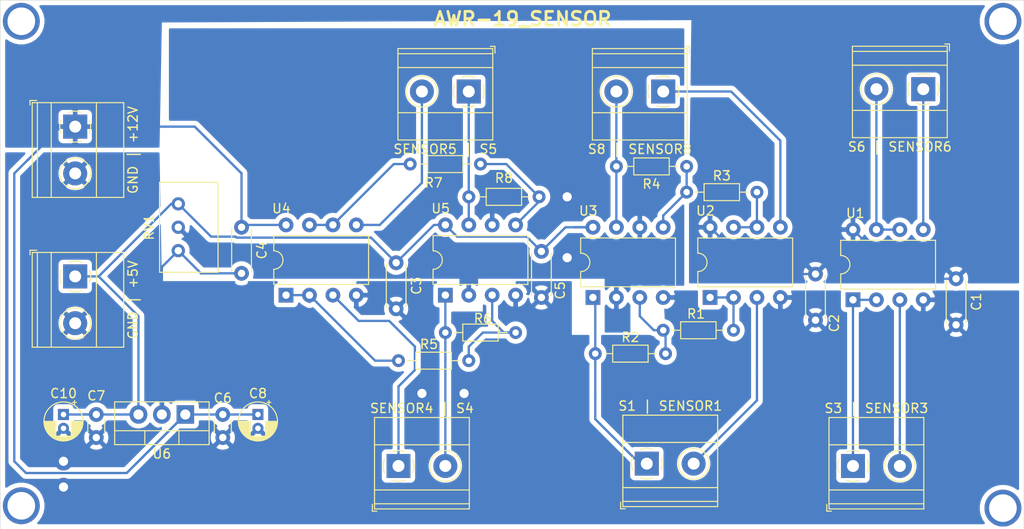
<source format=kicad_pcb>
(kicad_pcb (version 20171130) (host pcbnew "(5.1.9)-1")
  (layers (0 F.Cu signal) (31 B.Cu signal) (34 B.Paste user) (35 F.Paste user) (36 B.SilkS user) (37 F.SilkS user) (38 B.Mask user) (39 F.Mask user) (44 Edge.Cuts user))
  (net 0 "")
  (net 1 GND)
  (net 2 +5V)
  (net 3 +12V)
  (net 4 IN_SENSOR4)
  (net 5 OUT_SENSOR4)
  (net 6 OUT_SENSOR1)
  (net 7 IN_SENSOR1)
  (net 8 IN_SENSOR3)
  (net 9 OUT_SENSOR3)
  (net 10 OUT_SENSOR6)
  (net 11 IN_SENSOR6)
  (net 12 IN_SENSOR8)
  (net 13 OUT_SENSOR8)
  (net 14 OUT_SENSOR5)
  (net 15 IN_SENSOR5)
  (net 16 "Net-(R1-Pad2)")
  (net 17 "Net-(R1-Pad1)")
  (net 18 "Net-(R3-Pad1)")
  (net 19 "Net-(R3-Pad2)")
  (net 20 VREF)
  (net 21 "Net-(R5-Pad2)")
  (net 22 "Net-(R5-Pad1)")
  (net 23 "Net-(R7-Pad2)")
  (net 24 "Net-(R7-Pad1)")
  (module Capacitor_THT:C_Disc_D4.3mm_W1.9mm_P5.00mm (layer F.Cu) (at 96.266 103.458 270)
    (fp_text reference C5 (at 4.238 -2.032 90) (layer F.SilkS))
    (fp_text value C)
    (pad 2 thru_hole circle (at 5 0 270) (size 1.6 1.6) (drill 0.8) (layers *.Cu *.Mask) (net 1 GND))
    (pad 1 thru_hole circle (at 0 0 270) (size 1.6 1.6) (drill 0.8) (layers *.Cu *.Mask) (net 2 +5V))
  )
  (module Capacitor_THT:C_Disc_D4.3mm_W1.9mm_P5.00mm (layer F.Cu) (at 80.518 104.688 270)
    (fp_text reference C3 (at 2.5 -2.2 90) (layer F.SilkS))
    (fp_text value C)
    (pad 2 thru_hole circle (at 5 0 270) (size 1.6 1.6) (drill 0.8) (layers *.Cu *.Mask) (net 1 GND))
    (pad 1 thru_hole circle (at 0 0 270) (size 1.6 1.6) (drill 0.8) (layers *.Cu *.Mask) (net 2 +5V))
  )
  (module Capacitor_THT:C_Disc_D4.3mm_W1.9mm_P5.00mm (layer F.Cu) (at 141.224 106.426 270)
    (fp_text reference C1 (at 2.5 -2.2 90) (layer F.SilkS))
    (fp_text value C)
    (pad 2 thru_hole circle (at 5 0 270) (size 1.6 1.6) (drill 0.8) (layers *.Cu *.Mask) (net 1 GND))
    (pad 1 thru_hole circle (at 0 0 270) (size 1.6 1.6) (drill 0.8) (layers *.Cu *.Mask) (net 3 +12V))
  )
  (module Capacitor_THT:C_Disc_D4.3mm_W1.9mm_P5.00mm (layer F.Cu) (at 125.984 105.918 270)
    (fp_text reference C2 (at 5.334 -2.032 90) (layer F.SilkS))
    (fp_text value C)
    (pad 2 thru_hole circle (at 5 0 270) (size 1.6 1.6) (drill 0.8) (layers *.Cu *.Mask) (net 1 GND))
    (pad 1 thru_hole circle (at 0 0 270) (size 1.6 1.6) (drill 0.8) (layers *.Cu *.Mask) (net 3 +12V))
  )
  (module Capacitor_THT:C_Disc_D4.3mm_W1.9mm_P5.00mm (layer F.Cu) (at 63.754 100.838 270)
    (fp_text reference C4 (at 2.5 -2.2 90) (layer F.SilkS))
    (fp_text value C)
    (pad 2 thru_hole circle (at 5 0 270) (size 1.6 1.6) (drill 0.8) (layers *.Cu *.Mask) (net 1 GND))
    (pad 1 thru_hole circle (at 0 0 270) (size 1.6 1.6) (drill 0.8) (layers *.Cu *.Mask) (net 3 +12V))
  )
  (module Package_DIP:DIP-8_W7.62mm (layer F.Cu) (at 130.048 108.712 90)
    (fp_text reference U1 (at 9.398 0.254 180) (layer F.SilkS))
    (fp_text value LM358)
    (pad 1 thru_hole rect (at 0 0 90) (size 1.6 1.6) (drill 0.8) (layers *.Cu *.Mask) (net 9 OUT_SENSOR3))
    (pad 5 thru_hole oval (at 7.62 7.62 90) (size 1.6 1.6) (drill 0.8) (layers *.Cu *.Mask) (net 11 IN_SENSOR6))
    (pad 2 thru_hole oval (at 0 2.54 90) (size 1.6 1.6) (drill 0.8) (layers *.Cu *.Mask) (net 9 OUT_SENSOR3))
    (pad 6 thru_hole oval (at 7.62 5.08 90) (size 1.6 1.6) (drill 0.8) (layers *.Cu *.Mask) (net 10 OUT_SENSOR6))
    (pad 3 thru_hole oval (at 0 5.08 90) (size 1.6 1.6) (drill 0.8) (layers *.Cu *.Mask) (net 8 IN_SENSOR3))
    (pad 7 thru_hole oval (at 7.62 2.54 90) (size 1.6 1.6) (drill 0.8) (layers *.Cu *.Mask) (net 10 OUT_SENSOR6))
    (pad 4 thru_hole oval (at 0 7.62 90) (size 1.6 1.6) (drill 0.8) (layers *.Cu *.Mask) (net 1 GND))
    (pad 8 thru_hole oval (at 7.62 0 90) (size 1.6 1.6) (drill 0.8) (layers *.Cu *.Mask) (net 3 +12V))
  )
  (module TerminalBlock_Phoenix:TerminalBlock_Phoenix_MKDS-1,5-2-5.08_1x02_P5.08mm_Horizontal (layer F.Cu) (at 130.048 126.746)
    (fp_text reference "S3 | SENSOR3" (at 2.54 -6.26) (layer F.SilkS))
    (fp_text value Conn_01x02_Female)
    (pad 2 thru_hole circle (at 5.08 0) (size 2.6 2.6) (drill 1.3) (layers *.Cu *.Mask) (net 8 IN_SENSOR3))
    (pad 1 thru_hole rect (at 0 0) (size 2.6 2.6) (drill 1.3) (layers *.Cu *.Mask) (net 9 OUT_SENSOR3))
  )
  (module Resistor_THT:R_Axial_DIN0204_L3.6mm_D1.6mm_P7.62mm_Horizontal (layer F.Cu) (at 93.472 112.268 180)
    (fp_text reference R6 (at 3.556 1.524) (layer F.SilkS))
    (fp_text value R)
    (pad 2 thru_hole oval (at 7.62 0 180) (size 1.4 1.4) (drill 0.7) (layers *.Cu *.Mask) (net 5 OUT_SENSOR4))
    (pad 1 thru_hole circle (at 0 0 180) (size 1.4 1.4) (drill 0.7) (layers *.Cu *.Mask) (net 21 "Net-(R5-Pad2)"))
  )
  (module Resistor_THT:R_Axial_DIN0204_L3.6mm_D1.6mm_P7.62mm_Horizontal (layer F.Cu) (at 96.012 97.536 180)
    (fp_text reference R8 (at 3.81 2.032) (layer F.SilkS))
    (fp_text value R)
    (pad 2 thru_hole oval (at 7.62 0 180) (size 1.4 1.4) (drill 0.7) (layers *.Cu *.Mask) (net 14 OUT_SENSOR5))
    (pad 1 thru_hole circle (at 0 0 180) (size 1.4 1.4) (drill 0.7) (layers *.Cu *.Mask) (net 23 "Net-(R7-Pad2)"))
  )
  (module Resistor_THT:R_Axial_DIN0204_L3.6mm_D1.6mm_P7.62mm_Horizontal (layer F.Cu) (at 82.042 93.98)
    (fp_text reference R7 (at 2.54 2.032) (layer F.SilkS))
    (fp_text value R)
    (pad 2 thru_hole oval (at 7.62 0) (size 1.4 1.4) (drill 0.7) (layers *.Cu *.Mask) (net 23 "Net-(R7-Pad2)"))
    (pad 1 thru_hole circle (at 0 0) (size 1.4 1.4) (drill 0.7) (layers *.Cu *.Mask) (net 24 "Net-(R7-Pad1)"))
  )
  (module Resistor_THT:R_Axial_DIN0204_L3.6mm_D1.6mm_P7.62mm_Horizontal (layer F.Cu) (at 80.772 115.316)
    (fp_text reference R5 (at 3.302 -1.778) (layer F.SilkS))
    (fp_text value R)
    (pad 2 thru_hole oval (at 7.62 0) (size 1.4 1.4) (drill 0.7) (layers *.Cu *.Mask) (net 21 "Net-(R5-Pad2)"))
    (pad 1 thru_hole circle (at 0 0) (size 1.4 1.4) (drill 0.7) (layers *.Cu *.Mask) (net 22 "Net-(R5-Pad1)"))
  )
  (module Resistor_THT:R_Axial_DIN0204_L3.6mm_D1.6mm_P7.62mm_Horizontal (layer F.Cu) (at 112.014 94.234 180)
    (fp_text reference R4 (at 3.81 -1.92) (layer F.SilkS))
    (fp_text value 10k)
    (pad 2 thru_hole oval (at 7.62 0 180) (size 1.4 1.4) (drill 0.7) (layers *.Cu *.Mask) (net 13 OUT_SENSOR8))
    (pad 1 thru_hole circle (at 0 0 180) (size 1.4 1.4) (drill 0.7) (layers *.Cu *.Mask) (net 19 "Net-(R3-Pad2)"))
  )
  (module Resistor_THT:R_Axial_DIN0204_L3.6mm_D1.6mm_P7.62mm_Horizontal (layer F.Cu) (at 119.634 97.028 180)
    (fp_text reference R3 (at 3.81 1.778) (layer F.SilkS))
    (fp_text value 1k)
    (pad 2 thru_hole oval (at 7.62 0 180) (size 1.4 1.4) (drill 0.7) (layers *.Cu *.Mask) (net 19 "Net-(R3-Pad2)"))
    (pad 1 thru_hole circle (at 0 0 180) (size 1.4 1.4) (drill 0.7) (layers *.Cu *.Mask) (net 18 "Net-(R3-Pad1)"))
  )
  (module Resistor_THT:R_Axial_DIN0204_L3.6mm_D1.6mm_P7.62mm_Horizontal (layer F.Cu) (at 109.728 114.554 180)
    (fp_text reference R2 (at 3.81 1.778) (layer F.SilkS))
    (fp_text value 10k)
    (pad 2 thru_hole oval (at 7.62 0 180) (size 1.4 1.4) (drill 0.7) (layers *.Cu *.Mask) (net 6 OUT_SENSOR1))
    (pad 1 thru_hole circle (at 0 0 180) (size 1.4 1.4) (drill 0.7) (layers *.Cu *.Mask) (net 16 "Net-(R1-Pad2)"))
  )
  (module Resistor_THT:R_Axial_DIN0204_L3.6mm_D1.6mm_P7.62mm_Horizontal (layer F.Cu) (at 117.094 112.014 180)
    (fp_text reference R1 (at 4.064 1.778) (layer F.SilkS))
    (fp_text value 1k)
    (pad 2 thru_hole oval (at 7.62 0 180) (size 1.4 1.4) (drill 0.7) (layers *.Cu *.Mask) (net 16 "Net-(R1-Pad2)"))
    (pad 1 thru_hole circle (at 0 0 180) (size 1.4 1.4) (drill 0.7) (layers *.Cu *.Mask) (net 17 "Net-(R1-Pad1)"))
  )
  (module Package_DIP:DIP-8_W7.62mm (layer F.Cu) (at 101.854 108.458 90)
    (fp_text reference U3 (at 9.398 -0.508 180) (layer F.SilkS))
    (fp_text value LM358)
    (pad 8 thru_hole oval (at 7.62 0 90) (size 1.6 1.6) (drill 0.8) (layers *.Cu *.Mask) (net 2 +5V))
    (pad 4 thru_hole oval (at 0 7.62 90) (size 1.6 1.6) (drill 0.8) (layers *.Cu *.Mask) (net 1 GND))
    (pad 7 thru_hole oval (at 7.62 2.54 90) (size 1.6 1.6) (drill 0.8) (layers *.Cu *.Mask) (net 13 OUT_SENSOR8))
    (pad 3 thru_hole oval (at 0 5.08 90) (size 1.6 1.6) (drill 0.8) (layers *.Cu *.Mask) (net 16 "Net-(R1-Pad2)"))
    (pad 6 thru_hole oval (at 7.62 5.08 90) (size 1.6 1.6) (drill 0.8) (layers *.Cu *.Mask) (net 20 VREF))
    (pad 2 thru_hole oval (at 0 2.54 90) (size 1.6 1.6) (drill 0.8) (layers *.Cu *.Mask) (net 20 VREF))
    (pad 5 thru_hole oval (at 7.62 7.62 90) (size 1.6 1.6) (drill 0.8) (layers *.Cu *.Mask) (net 19 "Net-(R3-Pad2)"))
    (pad 1 thru_hole rect (at 0 0 90) (size 1.6 1.6) (drill 0.8) (layers *.Cu *.Mask) (net 6 OUT_SENSOR1))
  )
  (module Potentiometer_THT:Potentiometer_Bourns_3299W_Vertical (layer F.Cu) (at 56.896 98.298 90)
    (fp_text reference RV1 (at -2.54 -3.16 90) (layer F.SilkS))
    (fp_text value R_POT)
    (pad 3 thru_hole circle (at -5.08 0 90) (size 1.44 1.44) (drill 0.8) (layers *.Cu *.Mask) (net 1 GND))
    (pad 2 thru_hole circle (at -2.54 0 90) (size 1.44 1.44) (drill 0.8) (layers *.Cu *.Mask) (net 20 VREF))
    (pad 1 thru_hole circle (at 0 0 90) (size 1.44 1.44) (drill 0.8) (layers *.Cu *.Mask) (net 2 +5V))
  )
  (module TerminalBlock_Phoenix:TerminalBlock_Phoenix_MKDS-1,5-2-5.08_1x02_P5.08mm_Horizontal (layer F.Cu) (at 45.72 106.172 270)
    (fp_text reference "GND | +5V" (at 2.54 -6.26 90) (layer F.SilkS))
    (fp_text value Conn_01x02_Female)
    (pad 2 thru_hole circle (at 5.08 0 270) (size 2.6 2.6) (drill 1.3) (layers *.Cu *.Mask) (net 1 GND))
    (pad 1 thru_hole rect (at 0 0 270) (size 2.6 2.6) (drill 1.3) (layers *.Cu *.Mask) (net 2 +5V))
  )
  (module TerminalBlock_Phoenix:TerminalBlock_Phoenix_MKDS-1,5-2-5.08_1x02_P5.08mm_Horizontal (layer F.Cu) (at 88.392 86.106 180)
    (fp_text reference "SENSOR5 | S5" (at 2.54 -6.26) (layer F.SilkS))
    (fp_text value Conn_01x02_Female)
    (pad 2 thru_hole circle (at 5.08 0 180) (size 2.6 2.6) (drill 1.3) (layers *.Cu *.Mask) (net 15 IN_SENSOR5))
    (pad 1 thru_hole rect (at 0 0 180) (size 2.6 2.6) (drill 1.3) (layers *.Cu *.Mask) (net 14 OUT_SENSOR5))
  )
  (module TerminalBlock_Phoenix:TerminalBlock_Phoenix_MKDS-1,5-2-5.08_1x02_P5.08mm_Horizontal (layer F.Cu) (at 109.474 86.106 180)
    (fp_text reference "S8 | SENSOR8" (at 2.54 -6.26) (layer F.SilkS))
    (fp_text value Conn_01x02_Female)
    (pad 2 thru_hole circle (at 5.08 0 180) (size 2.6 2.6) (drill 1.3) (layers *.Cu *.Mask) (net 13 OUT_SENSOR8))
    (pad 1 thru_hole rect (at 0 0 180) (size 2.6 2.6) (drill 1.3) (layers *.Cu *.Mask) (net 12 IN_SENSOR8))
  )
  (module TerminalBlock_Phoenix:TerminalBlock_Phoenix_MKDS-1,5-2-5.08_1x02_P5.08mm_Horizontal (layer F.Cu) (at 137.668 85.852 180)
    (fp_text reference "S6 | SENSOR6" (at 2.54 -6.26) (layer F.SilkS))
    (fp_text value Conn_01x02_Female)
    (pad 2 thru_hole circle (at 5.08 0 180) (size 2.6 2.6) (drill 1.3) (layers *.Cu *.Mask) (net 10 OUT_SENSOR6))
    (pad 1 thru_hole rect (at 0 0 180) (size 2.6 2.6) (drill 1.3) (layers *.Cu *.Mask) (net 11 IN_SENSOR6))
  )
  (module TerminalBlock_Phoenix:TerminalBlock_Phoenix_MKDS-1,5-2-5.08_1x02_P5.08mm_Horizontal (layer F.Cu) (at 107.696 126.492)
    (fp_text reference "S1 | SENSOR1" (at 2.54 -6.26) (layer F.SilkS))
    (fp_text value Conn_01x02_Female hide)
    (pad 2 thru_hole circle (at 5.08 0) (size 2.6 2.6) (drill 1.3) (layers *.Cu *.Mask) (net 7 IN_SENSOR1))
    (pad 1 thru_hole rect (at 0 0) (size 2.6 2.6) (drill 1.3) (layers *.Cu *.Mask) (net 6 OUT_SENSOR1))
  )
  (module TerminalBlock_Phoenix:TerminalBlock_Phoenix_MKDS-1,5-2-5.08_1x02_P5.08mm_Horizontal (layer F.Cu) (at 80.772 126.746)
    (fp_text reference "SENSOR4 | S4" (at 2.54 -6.26) (layer F.SilkS))
    (fp_text value Conn_01x02_Female hide)
    (pad 2 thru_hole circle (at 5.08 0) (size 2.6 2.6) (drill 1.3) (layers *.Cu *.Mask) (net 5 OUT_SENSOR4))
    (pad 1 thru_hole rect (at 0 0) (size 2.6 2.6) (drill 1.3) (layers *.Cu *.Mask) (net 4 IN_SENSOR4))
  )
  (module TerminalBlock_Phoenix:TerminalBlock_Phoenix_MKDS-1,5-2-5.08_1x02_P5.08mm_Horizontal (layer F.Cu) (at 45.72 89.916 270)
    (fp_text reference "GND | +12V" (at 2.54 -6.26 90) (layer F.SilkS))
    (fp_text value Conn_01x02_Female hide)
    (pad 2 thru_hole circle (at 5.08 0 270) (size 2.6 2.6) (drill 1.3) (layers *.Cu *.Mask) (net 1 GND))
    (pad 1 thru_hole rect (at 0 0 270) (size 2.6 2.6) (drill 1.3) (layers *.Cu *.Mask) (net 3 +12V))
  )
  (module Package_DIP:DIP-8_W7.62mm (layer F.Cu) (at 85.852 108.204 90)
    (fp_text reference U5 (at 9.398 -0.508 180) (layer F.SilkS))
    (fp_text value LM358)
    (pad 8 thru_hole oval (at 7.62 0 90) (size 1.6 1.6) (drill 0.8) (layers *.Cu *.Mask) (net 2 +5V))
    (pad 4 thru_hole oval (at 0 7.62 90) (size 1.6 1.6) (drill 0.8) (layers *.Cu *.Mask) (net 1 GND))
    (pad 7 thru_hole oval (at 7.62 2.54 90) (size 1.6 1.6) (drill 0.8) (layers *.Cu *.Mask) (net 14 OUT_SENSOR5))
    (pad 3 thru_hole oval (at 0 5.08 90) (size 1.6 1.6) (drill 0.8) (layers *.Cu *.Mask) (net 21 "Net-(R5-Pad2)"))
    (pad 6 thru_hole oval (at 7.62 5.08 90) (size 1.6 1.6) (drill 0.8) (layers *.Cu *.Mask) (net 20 VREF))
    (pad 2 thru_hole oval (at 0 2.54 90) (size 1.6 1.6) (drill 0.8) (layers *.Cu *.Mask) (net 20 VREF))
    (pad 5 thru_hole oval (at 7.62 7.62 90) (size 1.6 1.6) (drill 0.8) (layers *.Cu *.Mask) (net 23 "Net-(R7-Pad2)"))
    (pad 1 thru_hole rect (at 0 0 90) (size 1.6 1.6) (drill 0.8) (layers *.Cu *.Mask) (net 5 OUT_SENSOR4))
  )
  (module Capacitor_THT:C_Disc_D3.0mm_W1.6mm_P2.50mm (layer F.Cu) (at 48.006 121.158 270)
    (fp_text reference C7 (at -2.032 0 180) (layer F.SilkS))
    (fp_text value C)
    (pad 1 thru_hole circle (at 0 0 270) (size 1.6 1.6) (drill 0.8) (layers *.Cu *.Mask) (net 2 +5V))
    (pad 2 thru_hole circle (at 2.5 0 270) (size 1.6 1.6) (drill 0.8) (layers *.Cu *.Mask) (net 1 GND))
  )
  (module Capacitor_THT:CP_Radial_D4.0mm_P1.50mm (layer F.Cu) (at 65.532 121.158 270)
    (fp_text reference C8 (at -2.286 0 180) (layer F.SilkS))
    (fp_text value CP_Small)
    (pad 2 thru_hole circle (at 1.5 0 270) (size 1.2 1.2) (drill 0.6) (layers *.Cu *.Mask) (net 1 GND))
    (pad 1 thru_hole rect (at 0 0 270) (size 1.2 1.2) (drill 0.6) (layers *.Cu *.Mask) (net 3 +12V))
  )
  (module Capacitor_THT:C_Disc_D3.0mm_W1.6mm_P2.50mm (layer F.Cu) (at 61.722 121.158 270)
    (fp_text reference C6 (at -1.778 0 180) (layer F.SilkS))
    (fp_text value C)
    (pad 2 thru_hole circle (at 2.5 0 270) (size 1.6 1.6) (drill 0.8) (layers *.Cu *.Mask) (net 1 GND))
    (pad 1 thru_hole circle (at 0 0 270) (size 1.6 1.6) (drill 0.8) (layers *.Cu *.Mask) (net 3 +12V))
  )
  (module Capacitor_THT:CP_Radial_D4.0mm_P1.50mm (layer F.Cu) (at 44.45 121.158 270)
    (fp_text reference C10 (at -2.286 0 180) (layer F.SilkS))
    (fp_text value CP_Small)
    (pad 1 thru_hole rect (at 0 0 270) (size 1.2 1.2) (drill 0.6) (layers *.Cu *.Mask) (net 2 +5V))
    (pad 2 thru_hole circle (at 1.5 0 270) (size 1.2 1.2) (drill 0.6) (layers *.Cu *.Mask) (net 1 GND))
  )
  (module Package_DIP:DIP-8_W7.62mm (layer F.Cu) (at 114.554 108.458 90)
    (fp_text reference U2 (at 9.398 -0.508 180) (layer F.SilkS))
    (fp_text value LM358)
    (pad 8 thru_hole oval (at 7.62 0 90) (size 1.6 1.6) (drill 0.8) (layers *.Cu *.Mask) (net 3 +12V))
    (pad 4 thru_hole oval (at 0 7.62 90) (size 1.6 1.6) (drill 0.8) (layers *.Cu *.Mask) (net 1 GND))
    (pad 7 thru_hole oval (at 7.62 2.54 90) (size 1.6 1.6) (drill 0.8) (layers *.Cu *.Mask) (net 18 "Net-(R3-Pad1)"))
    (pad 3 thru_hole oval (at 0 5.08 90) (size 1.6 1.6) (drill 0.8) (layers *.Cu *.Mask) (net 7 IN_SENSOR1))
    (pad 6 thru_hole oval (at 7.62 5.08 90) (size 1.6 1.6) (drill 0.8) (layers *.Cu *.Mask) (net 18 "Net-(R3-Pad1)"))
    (pad 2 thru_hole oval (at 0 2.54 90) (size 1.6 1.6) (drill 0.8) (layers *.Cu *.Mask) (net 17 "Net-(R1-Pad1)"))
    (pad 5 thru_hole oval (at 7.62 7.62 90) (size 1.6 1.6) (drill 0.8) (layers *.Cu *.Mask) (net 12 IN_SENSOR8))
    (pad 1 thru_hole rect (at 0 0 90) (size 1.6 1.6) (drill 0.8) (layers *.Cu *.Mask) (net 17 "Net-(R1-Pad1)"))
  )
  (module Package_DIP:DIP-8_W7.62mm (layer F.Cu) (at 68.58 108.204 90)
    (fp_text reference U4 (at 9.398 -0.508 180) (layer F.SilkS))
    (fp_text value LM358)
    (pad 8 thru_hole oval (at 7.62 0 90) (size 1.6 1.6) (drill 0.8) (layers *.Cu *.Mask) (net 3 +12V))
    (pad 4 thru_hole oval (at 0 7.62 90) (size 1.6 1.6) (drill 0.8) (layers *.Cu *.Mask) (net 1 GND))
    (pad 7 thru_hole oval (at 7.62 2.54 90) (size 1.6 1.6) (drill 0.8) (layers *.Cu *.Mask) (net 24 "Net-(R7-Pad1)"))
    (pad 3 thru_hole oval (at 0 5.08 90) (size 1.6 1.6) (drill 0.8) (layers *.Cu *.Mask) (net 4 IN_SENSOR4))
    (pad 6 thru_hole oval (at 7.62 5.08 90) (size 1.6 1.6) (drill 0.8) (layers *.Cu *.Mask) (net 24 "Net-(R7-Pad1)"))
    (pad 2 thru_hole oval (at 0 2.54 90) (size 1.6 1.6) (drill 0.8) (layers *.Cu *.Mask) (net 22 "Net-(R5-Pad1)"))
    (pad 5 thru_hole oval (at 7.62 7.62 90) (size 1.6 1.6) (drill 0.8) (layers *.Cu *.Mask) (net 15 IN_SENSOR5))
    (pad 1 thru_hole rect (at 0 0 90) (size 1.6 1.6) (drill 0.8) (layers *.Cu *.Mask) (net 22 "Net-(R5-Pad1)"))
  )
  (module Package_TO_SOT_THT:TO-220-3_Vertical (layer F.Cu) (at 57.658 121.158 180)
    (fp_text reference U6 (at 2.54 -4.27) (layer F.SilkS))
    (fp_text value LM7805_TO220)
    (pad 3 thru_hole oval (at 5.08 0 180) (size 1.905 2) (drill 1.1) (layers *.Cu *.Mask) (net 2 +5V))
    (pad 2 thru_hole oval (at 2.54 0 180) (size 1.905 2) (drill 1.1) (layers *.Cu *.Mask) (net 1 GND))
    (pad 1 thru_hole rect (at 0 0 180) (size 1.905 2) (drill 1.1) (layers *.Cu *.Mask) (net 3 +12V))
  )
  (gr_text AWR-19_SENSOR (at 94.234 78.232) (layer F.SilkS) (effects (font (size 1.5 1.5) (thickness 0.3))))
  (gr_line (start 37.592 76.2) (end 37.846 76.2) (layer Edge.Cuts) (width 0.05))
  (gr_line (start 37.846 76.2) (end 148.59 76.2) (layer Edge.Cuts) (width 0.05))
  (gr_line (start 37.592 133.604) (end 37.592 76.2) (layer Edge.Cuts) (width 0.05))
  (gr_line (start 148.59 133.604) (end 37.592 133.604) (layer Edge.Cuts) (width 0.05))
  (gr_line (start 148.59 76.2) (end 148.59 133.604) (layer Edge.Cuts) (width 0.05))
  (via (at 146.304 131.318) (size 4) (drill 3) (layers F.Cu B.Cu) (net 0))
  (via (at 146.304 78.486) (size 4) (drill 3) (layers F.Cu B.Cu) (net 0))
  (via (at 39.878 131.064) (size 4) (drill 3) (layers F.Cu B.Cu) (net 0))
  (via (at 39.878 78.486) (size 4) (drill 3) (layers F.Cu B.Cu) (net 0))
  (segment (start 137.922 108.966) (end 138.176 108.712) (width 0.25) (layer B.Cu) (net 1))
  (via (at 87.884 118.872) (size 2) (drill 1) (layers F.Cu B.Cu) (net 1))
  (via (at 44.45 129.032) (size 2) (drill 1) (layers F.Cu B.Cu) (net 1))
  (via (at 44.45 126.238) (size 2) (drill 1) (layers F.Cu B.Cu) (net 1))
  (via (at 83.312 118.872) (size 2) (drill 1) (layers F.Cu B.Cu) (net 1))
  (segment (start 55.118 105.156) (end 55.245 105.029) (width 0.25) (layer B.Cu) (net 1))
  (segment (start 55.245 105.029) (end 56.896 103.378) (width 0.25) (layer B.Cu) (net 1))
  (segment (start 55.118 121.158) (end 55.118 105.156) (width 0.25) (layer B.Cu) (net 1))
  (segment (start 55.118 121.158) (end 55.118 111.974) (width 0.25) (layer B.Cu) (net 1))
  (segment (start 59.356 105.838) (end 56.896 103.378) (width 0.25) (layer B.Cu) (net 1))
  (segment (start 63.754 105.838) (end 59.356 105.838) (width 0.25) (layer B.Cu) (net 1))
  (segment (start 85.852 101.092) (end 85.852 100.584) (width 0.25) (layer B.Cu) (net 2))
  (segment (start 45.72 106.172) (end 45.72 105.664) (width 0.25) (layer B.Cu) (net 2))
  (segment (start 46.482 121.158) (end 52.578 121.158) (width 0.25) (layer B.Cu) (net 2))
  (segment (start 48.26 106.172) (end 45.72 106.172) (width 0.25) (layer B.Cu) (net 2))
  (segment (start 44.45 121.158) (end 48.006 121.158) (width 0.25) (layer B.Cu) (net 2))
  (segment (start 56.896 98.298) (end 60.452 101.854) (width 0.25) (layer B.Cu) (net 2))
  (segment (start 63.104998 101.854) (end 63.213999 101.963001) (width 0.25) (layer B.Cu) (net 2))
  (segment (start 60.452 101.854) (end 63.104998 101.854) (width 0.25) (layer B.Cu) (net 2))
  (segment (start 56.134 98.298) (end 56.896 98.298) (width 0.25) (layer B.Cu) (net 2))
  (segment (start 48.26 106.172) (end 56.134 98.298) (width 0.25) (layer B.Cu) (net 2))
  (segment (start 52.578 110.49) (end 48.26 106.172) (width 0.25) (layer B.Cu) (net 2))
  (segment (start 52.578 121.158) (end 52.578 110.49) (width 0.25) (layer B.Cu) (net 2))
  (segment (start 99.822 100.838) (end 101.854 100.838) (width 0.25) (layer B.Cu) (net 2))
  (segment (start 84.622 100.584) (end 80.518 104.688) (width 0.25) (layer B.Cu) (net 2))
  (segment (start 85.852 100.584) (end 84.622 100.584) (width 0.25) (layer B.Cu) (net 2))
  (segment (start 77.793001 101.963001) (end 76.852999 101.963001) (width 0.25) (layer B.Cu) (net 2))
  (segment (start 80.518 104.688) (end 77.793001 101.963001) (width 0.25) (layer B.Cu) (net 2))
  (segment (start 76.852999 101.963001) (end 77.106999 101.963001) (width 0.25) (layer B.Cu) (net 2))
  (segment (start 63.213999 101.963001) (end 76.852999 101.963001) (width 0.25) (layer B.Cu) (net 2))
  (segment (start 87.122 101.854) (end 85.852 100.584) (width 0.25) (layer B.Cu) (net 2))
  (segment (start 94.662 101.854) (end 87.122 101.854) (width 0.25) (layer B.Cu) (net 2))
  (segment (start 96.266 103.458) (end 94.662 101.854) (width 0.25) (layer B.Cu) (net 2))
  (segment (start 98.886 100.838) (end 96.266 103.458) (width 0.25) (layer B.Cu) (net 2))
  (segment (start 101.854 100.838) (end 98.886 100.838) (width 0.25) (layer B.Cu) (net 2))
  (segment (start 114.554 100.838) (end 114.808 100.838) (width 0.25) (layer B.Cu) (net 3))
  (segment (start 57.658 121.158) (end 52.07 126.746) (width 0.25) (layer B.Cu) (net 3))
  (segment (start 40.530999 93.581001) (end 40.767 93.345) (width 0.25) (layer B.Cu) (net 3))
  (segment (start 39.116 126.238) (end 39.116 94.996) (width 0.25) (layer B.Cu) (net 3))
  (segment (start 51.308 127.508) (end 40.386 127.508) (width 0.25) (layer B.Cu) (net 3))
  (segment (start 40.386 127.508) (end 39.116 126.238) (width 0.25) (layer B.Cu) (net 3))
  (segment (start 57.658 121.158) (end 51.308 127.508) (width 0.25) (layer B.Cu) (net 3))
  (segment (start 61.976 121.158) (end 57.404 121.158) (width 0.25) (layer B.Cu) (net 3))
  (segment (start 63.754 100.838) (end 63.754 94.996) (width 0.25) (layer B.Cu) (net 3))
  (segment (start 58.674 89.916) (end 46.228 89.916) (width 0.25) (layer B.Cu) (net 3))
  (segment (start 63.754 94.996) (end 58.674 89.916) (width 0.25) (layer B.Cu) (net 3))
  (segment (start 40.64 93.472) (end 44.196 89.916) (width 0.25) (layer B.Cu) (net 3))
  (segment (start 39.116 94.996) (end 40.64 93.472) (width 0.25) (layer B.Cu) (net 3))
  (segment (start 40.64 93.472) (end 40.767 93.345) (width 0.25) (layer B.Cu) (net 3))
  (segment (start 44.196 89.916) (end 46.228 89.916) (width 0.25) (layer B.Cu) (net 3))
  (segment (start 65.532 121.158) (end 61.722 121.158) (width 0.25) (layer B.Cu) (net 3))
  (segment (start 64.008 100.584) (end 63.754 100.838) (width 0.25) (layer B.Cu) (net 3))
  (segment (start 68.58 100.584) (end 64.008 100.584) (width 0.25) (layer B.Cu) (net 3))
  (segment (start 119.634 105.918) (end 114.554 100.838) (width 0.25) (layer B.Cu) (net 3))
  (segment (start 125.984 105.918) (end 119.634 105.918) (width 0.25) (layer B.Cu) (net 3))
  (segment (start 135.382 106.426) (end 130.048 101.092) (width 0.25) (layer B.Cu) (net 3))
  (segment (start 141.224 106.426) (end 135.382 106.426) (width 0.25) (layer B.Cu) (net 3))
  (segment (start 76.454 110.998) (end 73.66 108.204) (width 0.25) (layer B.Cu) (net 4))
  (segment (start 79.756 110.998) (end 76.454 110.998) (width 0.25) (layer B.Cu) (net 4))
  (segment (start 82.55 113.792) (end 79.756 110.998) (width 0.25) (layer B.Cu) (net 4))
  (segment (start 82.55 116.332) (end 82.55 113.792) (width 0.25) (layer B.Cu) (net 4))
  (segment (start 80.772 118.11) (end 82.55 116.332) (width 0.25) (layer B.Cu) (net 4))
  (segment (start 80.772 126.238) (end 80.772 118.11) (width 0.25) (layer B.Cu) (net 4))
  (segment (start 85.852 126.238) (end 85.852 115.316) (width 0.25) (layer B.Cu) (net 5))
  (segment (start 85.852 112.268) (end 85.852 108.204) (width 0.25) (layer B.Cu) (net 5))
  (segment (start 85.852 115.316) (end 85.852 112.268) (width 0.25) (layer B.Cu) (net 5))
  (segment (start 102.108 108.712) (end 101.854 108.458) (width 0.25) (layer B.Cu) (net 6))
  (segment (start 102.108 114.554) (end 102.108 108.712) (width 0.25) (layer B.Cu) (net 6))
  (segment (start 102.108 118.872) (end 102.108 114.554) (width 0.25) (layer B.Cu) (net 6))
  (segment (start 102.108 121.666) (end 102.108 118.872) (width 0.25) (layer B.Cu) (net 6))
  (segment (start 106.934 126.492) (end 102.108 121.666) (width 0.25) (layer B.Cu) (net 6))
  (segment (start 107.696 126.492) (end 106.934 126.492) (width 0.25) (layer B.Cu) (net 6))
  (segment (start 112.776 126.492) (end 119.634 119.634) (width 0.25) (layer B.Cu) (net 7))
  (segment (start 119.634 116.84) (end 119.634 108.458) (width 0.25) (layer B.Cu) (net 7))
  (segment (start 119.634 119.634) (end 119.634 116.84) (width 0.25) (layer B.Cu) (net 7))
  (segment (start 135.128 109.982) (end 135.128 110.236) (width 0.25) (layer B.Cu) (net 8))
  (segment (start 135.128 109.982) (end 135.128 108.712) (width 0.25) (layer B.Cu) (net 8))
  (segment (start 135.128 126.746) (end 135.128 123.698) (width 0.25) (layer B.Cu) (net 8))
  (segment (start 135.128 123.698) (end 135.128 109.982) (width 0.25) (layer B.Cu) (net 8))
  (segment (start 135.128 123.952) (end 135.128 123.698) (width 0.25) (layer B.Cu) (net 8))
  (segment (start 132.842 108.966) (end 133.096 108.712) (width 0.25) (layer B.Cu) (net 9))
  (segment (start 130.048 108.712) (end 130.048 123.952) (width 0.25) (layer B.Cu) (net 9))
  (segment (start 130.048 108.712) (end 132.588 108.712) (width 0.25) (layer B.Cu) (net 9))
  (segment (start 130.048 123.952) (end 130.048 126.746) (width 0.25) (layer B.Cu) (net 9))
  (segment (start 132.588 85.852) (end 132.588 101.6) (width 0.25) (layer B.Cu) (net 10))
  (segment (start 132.588 101.6) (end 132.588 101.092) (width 0.25) (layer B.Cu) (net 10))
  (segment (start 132.588 101.092) (end 135.128 101.092) (width 0.25) (layer B.Cu) (net 10))
  (segment (start 137.668 101.092) (end 137.668 85.852) (width 0.25) (layer B.Cu) (net 11))
  (segment (start 109.474 86.106) (end 116.84 86.106) (width 0.25) (layer B.Cu) (net 12))
  (segment (start 116.84 86.106) (end 122.174 91.44) (width 0.25) (layer B.Cu) (net 12))
  (segment (start 122.174 91.44) (end 122.174 100.838) (width 0.25) (layer B.Cu) (net 12))
  (segment (start 104.394 94.234) (end 104.394 100.838) (width 0.25) (layer B.Cu) (net 13))
  (segment (start 104.394 86.106) (end 104.394 94.234) (width 0.25) (layer B.Cu) (net 13))
  (segment (start 88.392 100.584) (end 88.392 97.536) (width 0.25) (layer B.Cu) (net 14))
  (segment (start 88.392 97.536) (end 88.392 86.106) (width 0.25) (layer B.Cu) (net 14))
  (segment (start 83.312 86.106) (end 83.312 96.012) (width 0.25) (layer B.Cu) (net 15))
  (segment (start 78.74 100.584) (end 76.2 100.584) (width 0.25) (layer B.Cu) (net 15))
  (segment (start 83.312 96.012) (end 78.74 100.584) (width 0.25) (layer B.Cu) (net 15))
  (segment (start 106.68 108.712) (end 107.188 108.204) (width 0.25) (layer B.Cu) (net 16))
  (segment (start 109.728 112.268) (end 109.474 112.014) (width 0.25) (layer B.Cu) (net 16))
  (segment (start 109.728 114.554) (end 109.728 112.268) (width 0.25) (layer B.Cu) (net 16))
  (segment (start 109.474 112.014) (end 108.458 112.014) (width 0.25) (layer B.Cu) (net 16))
  (segment (start 106.934 110.49) (end 106.934 108.458) (width 0.25) (layer B.Cu) (net 16))
  (segment (start 108.458 112.014) (end 106.934 110.49) (width 0.25) (layer B.Cu) (net 16))
  (segment (start 117.094 112.014) (end 117.094 108.458) (width 0.25) (layer B.Cu) (net 17))
  (segment (start 114.554 108.458) (end 117.094 108.458) (width 0.25) (layer B.Cu) (net 17))
  (segment (start 119.634 100.838) (end 119.634 97.028) (width 0.25) (layer B.Cu) (net 18))
  (segment (start 119.634 100.838) (end 117.094 100.838) (width 0.25) (layer B.Cu) (net 18))
  (segment (start 109.474 99.568) (end 112.014 97.028) (width 0.25) (layer B.Cu) (net 19))
  (segment (start 109.474 100.838) (end 109.474 99.568) (width 0.25) (layer B.Cu) (net 19))
  (segment (start 112.014 97.028) (end 112.014 94.234) (width 0.25) (layer B.Cu) (net 19))
  (via (at 99.06 104.14) (size 2) (drill 1) (layers F.Cu B.Cu) (net 20))
  (via (at 99.06 97.536) (size 2) (drill 1) (layers F.Cu B.Cu) (net 20))
  (segment (start 91.186 108.458) (end 90.932 108.204) (width 0.25) (layer B.Cu) (net 21))
  (segment (start 93.472 112.268) (end 92.202 112.268) (width 0.25) (layer B.Cu) (net 21))
  (segment (start 90.932 110.998) (end 90.932 108.204) (width 0.25) (layer B.Cu) (net 21))
  (segment (start 92.202 112.268) (end 90.932 110.998) (width 0.25) (layer B.Cu) (net 21))
  (segment (start 88.392 115.316) (end 88.392 113.792) (width 0.25) (layer B.Cu) (net 21))
  (segment (start 88.392 113.792) (end 89.916 112.268) (width 0.25) (layer B.Cu) (net 21))
  (segment (start 89.916 112.268) (end 93.472 112.268) (width 0.25) (layer B.Cu) (net 21))
  (segment (start 71.12 108.204) (end 68.58 108.204) (width 0.25) (layer B.Cu) (net 22))
  (segment (start 71.12 108.966) (end 71.12 108.204) (width 0.25) (layer B.Cu) (net 22))
  (segment (start 78.232 115.316) (end 71.12 108.204) (width 0.25) (layer B.Cu) (net 22))
  (segment (start 80.772 115.316) (end 78.232 115.316) (width 0.25) (layer B.Cu) (net 22))
  (segment (start 92.456 93.98) (end 96.012 97.536) (width 0.25) (layer B.Cu) (net 23))
  (segment (start 89.662 93.98) (end 92.456 93.98) (width 0.25) (layer B.Cu) (net 23))
  (segment (start 96.012 98.044) (end 96.012 97.536) (width 0.25) (layer B.Cu) (net 23))
  (segment (start 93.472 100.584) (end 96.012 98.044) (width 0.25) (layer B.Cu) (net 23))
  (segment (start 80.264 93.98) (end 82.042 93.98) (width 0.25) (layer B.Cu) (net 24))
  (segment (start 73.66 100.584) (end 80.264 93.98) (width 0.25) (layer B.Cu) (net 24))
  (segment (start 71.12 100.584) (end 73.66 100.584) (width 0.25) (layer B.Cu) (net 24))
  (zone (net 20) (net_name VREF) (layer B.Cu) (connect_pads (clearance 0.508)) (min_thickness 0.254) (fill yes (arc_segments 32) (thermal_gap 0.508) (thermal_bridge_width 0.508))
    (polygon (pts (xy 111.76 98.552) (xy 111.76 107.188) (xy 105.918 107.188) (xy 105.918 112.268) (xy 103.124 112.268) (xy 103.124 106.426) (xy 89.408 106.426) (xy 89.408 109.728) (xy 87.376 109.728) (xy 87.376 106.426) (xy 55.88 106.426) (xy 55.88 79.248) (xy 111.76 79.248)))
  )
  (zone (net 3) (net_name +12V) (layer B.Cu) (connect_pads (clearance 0.508)) (min_thickness 0.254) (fill yes (arc_segments 32) (thermal_gap 0.508) (thermal_bridge_width 0.508))
    (polygon (pts (xy 148.336 106.934) (xy 112.268 106.934) (xy 112.268 98.806) (xy 112.268 98.552) (xy 112.522 78.359) (xy 55.118 78.613) (xy 54.864 92.202) (xy 38.1 92.202) (xy 38.1 76.454) (xy 148.336 76.454)))
  )
  (zone (net 1) (net_name GND) (layer B.Cu) (connect_pads (clearance 0.508)) (min_thickness 0.254) (fill yes (arc_segments 32) (thermal_gap 0.508) (thermal_bridge_width 0.508))
    (polygon (pts (xy 55.118 106.68) (xy 86.614 106.68) (xy 86.614 109.982) (xy 89.916 109.982) (xy 89.916 106.68) (xy 96.774 106.68) (xy 99.568 106.68) (xy 99.568 112.522) (xy 109.728 112.522) (xy 109.474 107.696) (xy 148.336 107.696) (xy 148.336 133.35) (xy 38.1 133.35) (xy 38.1 100.33) (xy 38.1 93.726) (xy 38.1 92.71) (xy 54.864 92.71)))
  )
)
</source>
